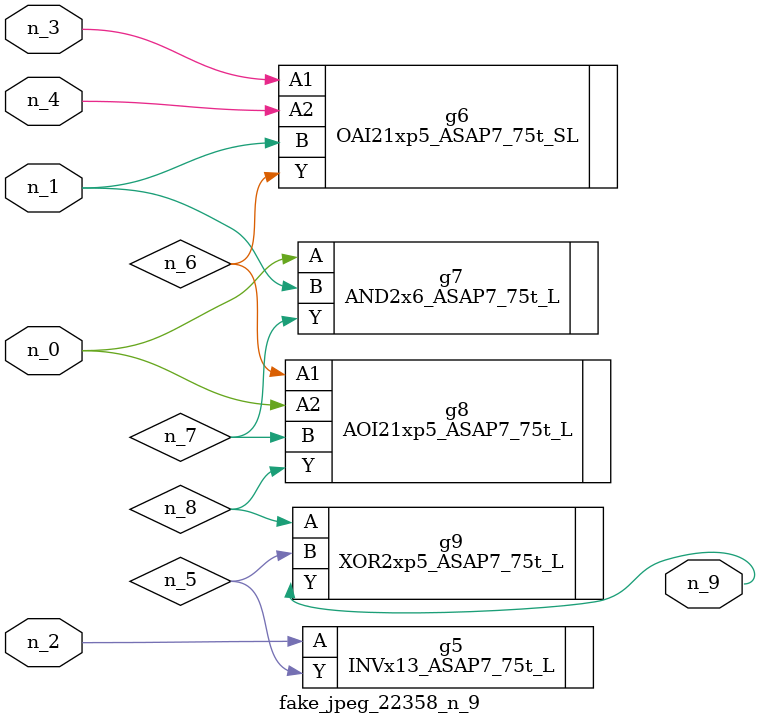
<source format=v>
module fake_jpeg_22358_n_9 (n_3, n_2, n_1, n_0, n_4, n_9);

input n_3;
input n_2;
input n_1;
input n_0;
input n_4;

output n_9;

wire n_8;
wire n_6;
wire n_5;
wire n_7;

INVx13_ASAP7_75t_L g5 ( 
.A(n_2),
.Y(n_5)
);

OAI21xp5_ASAP7_75t_SL g6 ( 
.A1(n_3),
.A2(n_4),
.B(n_1),
.Y(n_6)
);

AND2x6_ASAP7_75t_L g7 ( 
.A(n_0),
.B(n_1),
.Y(n_7)
);

AOI21xp5_ASAP7_75t_L g8 ( 
.A1(n_6),
.A2(n_0),
.B(n_7),
.Y(n_8)
);

XOR2xp5_ASAP7_75t_L g9 ( 
.A(n_8),
.B(n_5),
.Y(n_9)
);


endmodule
</source>
